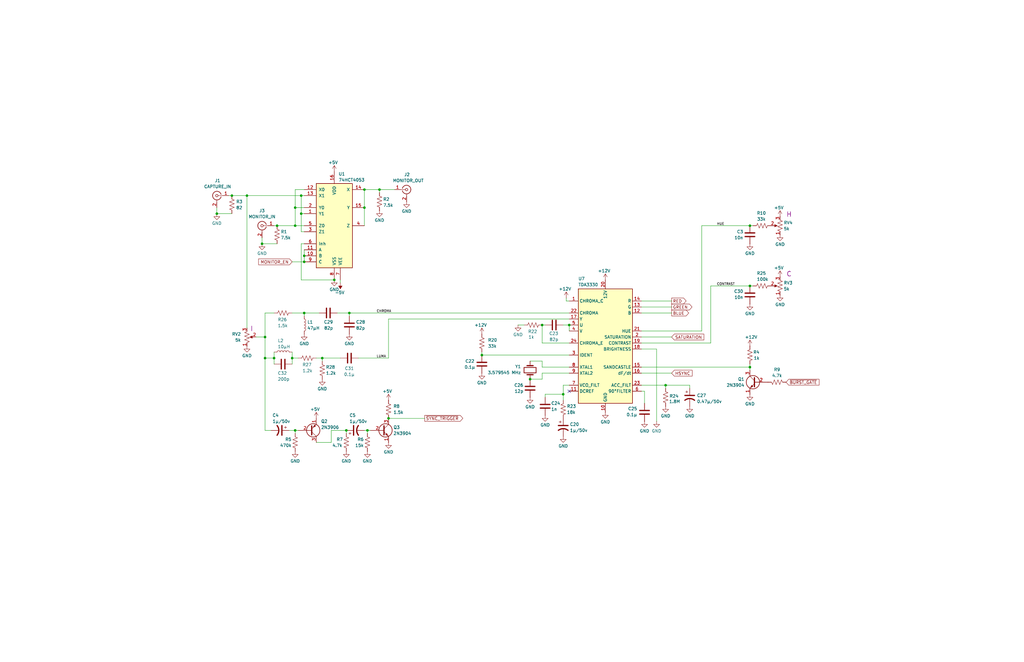
<source format=kicad_sch>
(kicad_sch (version 20231120) (generator "eeschema") (generator_version "8.0")
  (paper "USLedger")
  (title_block (title "ComputerEyes IIgs") (date "2024-03-29") (rev "F") (comment 2 "captured by Mark Aikens") (comment 3 "by Digital Vision") (comment 4 "ComputerEyes Color Video Digitizer for the Apple IIgs (PN 11047)"))
  (lib_symbols
    (symbol "4xxx:4053" (pin_names (offset 1.016))
      (property "Reference" "U" (at -7.62 19.05 0))
      (property "Value" "4053" (at -7.62 -19.05 0))
      (symbol "4053_1_0"
        (pin passive line (at -12.7 5.08 0) (length 5.08) (name "Y1") (number "1"))
        (pin input line (at -12.7 -12.7 0) (length 5.08) (name "B") (number "10"))
        (pin input line (at -12.7 -10.16 0) (length 5.08) (name "A") (number "11"))
        (pin passive line (at -12.7 15.24 0) (length 5.08) (name "X0") (number "12"))
        (pin passive line (at -12.7 12.7 0) (length 5.08) (name "X1") (number "13"))
        (pin passive line (at 12.7 15.24 180) (length 5.08) (name "X") (number "14"))
        (pin passive line (at 12.7 7.62 180) (length 5.08) (name "Y") (number "15"))
        (pin power_in line (at 0 22.86 270) (length 5.08) (name "VDD") (number "16"))
        (pin passive line (at -12.7 7.62 0) (length 5.08) (name "Y0") (number "2"))
        (pin passive line (at -12.7 -2.54 0) (length 5.08) (name "Z1") (number "3"))
        (pin passive line (at 12.7 0 180) (length 5.08) (name "Z") (number "4"))
        (pin passive line (at -12.7 0 0) (length 5.08) (name "Z0") (number "5"))
        (pin input line (at -12.7 -7.62 0) (length 5.08) (name "Inh") (number "6"))
        (pin power_in line (at 2.54 -22.86 90) (length 5.08) (name "VEE") (number "7"))
        (pin power_in line (at 0 -22.86 90) (length 5.08) (name "VSS") (number "8"))
        (pin input line (at -12.7 -15.24 0) (length 5.08) (name "C") (number "9"))
      )
      (symbol "4053_1_1"
        (rectangle (start -7.62 17.78) (end 7.62 -17.78) (stroke (width 0.254)) (fill (type background)))
      )
    )
    (symbol "Connector:Conn_Coaxial" (pin_names (offset 1.016) hide)
      (property "Reference" "J" (at 0.254 3.048 0))
      (property "Value" "Conn_Coaxial" (at 2.921 0 90))
      (symbol "Conn_Coaxial_0_1"
        (arc (start -1.778 -0.508) (mid 0.2311 -1.8066) (end 1.778 0) (stroke (width 0.254)))
        (polyline (pts (xy -2.54 0) (xy -0.508 0)))
        (polyline (pts (xy 0 -2.54) (xy 0 -1.778)))
        (circle (center 0 0) (radius 0.508) (stroke (width 0.2032)))
        (arc (start 1.778 0) (mid 0.2099 1.8101) (end -1.778 0.508) (stroke (width 0.254)))
      )
      (symbol "Conn_Coaxial_1_1"
        (pin passive line (at -5.08 0 0) (length 2.54) (name "In") (number "1"))
        (pin passive line (at 0 -5.08 90) (length 2.54) (name "Ext") (number "2"))
      )
    )
    (symbol "Decoder:TDA3330"
      (property "Reference" "U" (at -9.906 28.194 0))
      (property "Value" "TDA3330" (at -6.35 25.908 0))
      (symbol "TDA3330_0_1"
        (rectangle (start -11.43 24.13) (end 11.43 -24.13) (stroke (width 0.254)) (fill (type background)))
      )
      (symbol "TDA3330_1_0"
        (pin passive line (at -15.24 19.05 0) (length 3.81) (name "CHROMA_C") (number "1"))
        (pin power_in line (at 0 -27.94 90) (length 3.81) (name "GND") (number "10"))
        (pin output line (at -15.24 -19.05 0) (length 3.81) (name "DCREF") (number "11"))
        (pin output line (at 15.24 13.97 180) (length 3.81) (name "B") (number "12"))
        (pin output line (at 15.24 16.51 180) (length 3.81) (name "G") (number "13"))
        (pin output line (at 15.24 19.05 180) (length 3.81) (name "R") (number "14"))
        (pin input line (at 15.24 -8.89 180) (length 3.81) (name "SANDCASTLE") (number "15"))
        (pin input line (at 15.24 -11.43 180) (length 3.81) (name "dF/dt") (number "16"))
        (pin input line (at -15.24 11.43 0) (length 3.81) (name "Y") (number "17"))
        (pin input line (at 15.24 -1.27 180) (length 3.81) (name "BRIGHTNESS") (number "18"))
        (pin input line (at 15.24 1.27 180) (length 3.81) (name "CONTRAST") (number "19"))
        (pin input line (at 15.24 3.81 180) (length 3.81) (name "SATURATION") (number "2"))
        (pin power_in line (at 0 27.94 270) (length 3.81) (name "12V") (number "20"))
        (pin input line (at 15.24 6.35 180) (length 3.81) (name "HUE") (number "21"))
        (pin input line (at -15.24 13.97 0) (length 3.81) (name "CHROMA") (number "22"))
        (pin passive line (at 15.24 -16.51 180) (length 3.81) (name "ACC_FILT") (number "23"))
        (pin passive line (at -15.24 1.27 0) (length 3.81) (name "CHROMA_E") (number "24"))
        (pin input line (at -15.24 -3.81 0) (length 3.81) (name "IDENT") (number "3"))
        (pin input line (at -15.24 6.35 0) (length 3.81) (name "V") (number "4"))
        (pin input line (at -15.24 8.89 0) (length 3.81) (name "U") (number "5"))
        (pin passive line (at 15.24 -19.05 180) (length 3.81) (name "90°FILTER") (number "6"))
        (pin input line (at -15.24 -16.51 0) (length 3.81) (name "VCO_FILT") (number "7"))
        (pin output line (at -15.24 -8.89 0) (length 3.81) (name "XTAL1") (number "8"))
        (pin input line (at -15.24 -11.43 0) (length 3.81) (name "XTAL2") (number "9"))
      )
    )
    (symbol "Device:C" (pin_numbers hide) (pin_names (offset 0.254))
      (property "Reference" "C" (at 0.635 2.54 0))
      (property "Value" "C" (at 0.635 -2.54 0))
      (symbol "C_0_1"
        (polyline (pts (xy -2.032 -0.762) (xy 2.032 -0.762)) (stroke (width 0.508)))
        (polyline (pts (xy -2.032 0.762) (xy 2.032 0.762)) (stroke (width 0.508)))
      )
      (symbol "C_1_1"
        (pin passive line (at 0 3.81 270) (length 2.794) (name "~") (number "1"))
        (pin passive line (at 0 -3.81 90) (length 2.794) (name "~") (number "2"))
      )
    )
    (symbol "Device:C_Polarized_US" (pin_numbers hide) (pin_names (offset 0.254) hide)
      (property "Reference" "C" (at 0.635 2.54 0))
      (property "Value" "C_Polarized_US" (at 0.635 -2.54 0))
      (symbol "C_Polarized_US_0_1"
        (polyline (pts (xy -2.032 0.762) (xy 2.032 0.762)) (stroke (width 0.508)))
        (polyline (pts (xy -1.778 2.286) (xy -0.762 2.286)))
        (polyline (pts (xy -1.27 1.778) (xy -1.27 2.794)))
        (arc (start 2.032 -1.27) (mid 0 -0.5572) (end -2.032 -1.27) (stroke (width 0.508)))
      )
      (symbol "C_Polarized_US_1_1"
        (pin passive line (at 0 3.81 270) (length 2.794) (name "~") (number "1"))
        (pin passive line (at 0 -3.81 90) (length 3.302) (name "~") (number "2"))
      )
    )
    (symbol "Device:Crystal" (pin_numbers hide) (pin_names (offset 1.016) hide)
      (property "Reference" "Y" (at 0 3.81 0))
      (property "Value" "Crystal" (at 0 -3.81 0))
      (symbol "Crystal_0_1"
        (rectangle (start -1.143 2.54) (end 1.143 -2.54) (stroke (width 0.3048)))
        (polyline (pts (xy -2.54 0) (xy -1.905 0)))
        (polyline (pts (xy -1.905 -1.27) (xy -1.905 1.27)) (stroke (width 0.508)))
        (polyline (pts (xy 1.905 -1.27) (xy 1.905 1.27)) (stroke (width 0.508)))
        (polyline (pts (xy 2.54 0) (xy 1.905 0)))
      )
      (symbol "Crystal_1_1"
        (pin passive line (at -3.81 0 0) (length 1.27) (name "1") (number "1"))
        (pin passive line (at 3.81 0 180) (length 1.27) (name "2") (number "2"))
      )
    )
    (symbol "Device:L" (pin_numbers hide) (pin_names (offset 1.016) hide)
      (property "Reference" "L" (at -1.27 0 90))
      (property "Value" "L" (at 1.905 0 90))
      (symbol "L_0_1"
        (arc (start 0 -2.54) (mid 0.6323 -1.905) (end 0 -1.27))
        (arc (start 0 -1.27) (mid 0.6323 -0.635) (end 0 0))
        (arc (start 0 0) (mid 0.6323 0.635) (end 0 1.27))
        (arc (start 0 1.27) (mid 0.6323 1.905) (end 0 2.54))
      )
      (symbol "L_1_1"
        (pin passive line (at 0 3.81 270) (length 1.27) (name "1") (number "1"))
        (pin passive line (at 0 -3.81 90) (length 1.27) (name "2") (number "2"))
      )
    )
    (symbol "Device:R_Potentiometer_US" (pin_names (offset 1.016) hide)
      (property "Reference" "RV" (at -4.445 0 90))
      (property "Value" "R_Potentiometer_US" (at -2.54 0 90))
      (symbol "R_Potentiometer_US_0_1"
        (polyline (pts (xy 0 -2.286) (xy 0 -2.54)))
        (polyline (pts (xy 0 2.54) (xy 0 2.286)))
        (polyline (pts (xy 2.54 0) (xy 1.524 0)))
        (polyline (pts (xy 1.143 0) (xy 2.286 0.508) (xy 2.286 -0.508) (xy 1.143 0)) (fill (type outline)))
        (polyline (pts (xy 0 -0.762) (xy 1.016 -1.143) (xy 0 -1.524) (xy -1.016 -1.905) (xy 0 -2.286)))
        (polyline (pts (xy 0 0.762) (xy 1.016 0.381) (xy 0 0) (xy -1.016 -0.381) (xy 0 -0.762)))
        (polyline (pts (xy 0 2.286) (xy 1.016 1.905) (xy 0 1.524) (xy -1.016 1.143) (xy 0 0.762)))
      )
      (symbol "R_Potentiometer_US_1_1"
        (pin passive line (at 0 3.81 270) (length 1.27) (name "1") (number "1"))
        (pin passive line (at 3.81 0 180) (length 1.27) (name "2") (number "2"))
        (pin passive line (at 0 -3.81 90) (length 1.27) (name "3") (number "3"))
      )
    )
    (symbol "Device:R_US" (pin_numbers hide) (pin_names (offset 0))
      (property "Reference" "R" (at 2.54 0 90))
      (property "Value" "R_US" (at -2.54 0 90))
      (symbol "R_US_0_1"
        (polyline (pts (xy 0 -2.286) (xy 0 -2.54)))
        (polyline (pts (xy 0 2.286) (xy 0 2.54)))
        (polyline (pts (xy 0 -0.762) (xy 1.016 -1.143) (xy 0 -1.524) (xy -1.016 -1.905) (xy 0 -2.286)))
        (polyline (pts (xy 0 0.762) (xy 1.016 0.381) (xy 0 0) (xy -1.016 -0.381) (xy 0 -0.762)))
        (polyline (pts (xy 0 2.286) (xy 1.016 1.905) (xy 0 1.524) (xy -1.016 1.143) (xy 0 0.762)))
      )
      (symbol "R_US_1_1"
        (pin passive line (at 0 3.81 270) (length 1.27) (name "~") (number "1"))
        (pin passive line (at 0 -3.81 90) (length 1.27) (name "~") (number "2"))
      )
    )
    (symbol "Transistor_BJT:2N3904" (pin_names (offset 0) hide)
      (property "Reference" "Q" (at 5.08 1.905 0))
      (property "Value" "2N3904" (at 5.08 0 0))
      (symbol "2N3904_0_1"
        (polyline (pts (xy 0.635 0.635) (xy 2.54 2.54)))
        (polyline (pts (xy 0.635 -0.635) (xy 2.54 -2.54) (xy 2.54 -2.54)))
        (polyline (pts (xy 0.635 1.905) (xy 0.635 -1.905) (xy 0.635 -1.905)) (stroke (width 0.508)))
        (polyline (pts (xy 1.27 -1.778) (xy 1.778 -1.27) (xy 2.286 -2.286) (xy 1.27 -1.778) (xy 1.27 -1.778)) (fill (type outline)))
        (circle (center 1.27 0) (radius 2.8194) (stroke (width 0.254)))
      )
      (symbol "2N3904_1_1"
        (pin passive line (at 2.54 -5.08 90) (length 2.54) (name "E") (number "1"))
        (pin passive line (at -5.08 0 0) (length 5.715) (name "B") (number "2"))
        (pin passive line (at 2.54 5.08 270) (length 2.54) (name "C") (number "3"))
      )
    )
    (symbol "Transistor_BJT:2N3906" (pin_names (offset 0) hide)
      (property "Reference" "Q" (at 5.08 1.905 0))
      (property "Value" "2N3906" (at 5.08 0 0))
      (symbol "2N3906_0_1"
        (polyline (pts (xy 0.635 0.635) (xy 2.54 2.54)))
        (polyline (pts (xy 0.635 -0.635) (xy 2.54 -2.54) (xy 2.54 -2.54)))
        (polyline (pts (xy 0.635 1.905) (xy 0.635 -1.905) (xy 0.635 -1.905)) (stroke (width 0.508)))
        (polyline (pts (xy 2.286 -1.778) (xy 1.778 -2.286) (xy 1.27 -1.27) (xy 2.286 -1.778) (xy 2.286 -1.778)) (fill (type outline)))
        (circle (center 1.27 0) (radius 2.8194) (stroke (width 0.254)))
      )
      (symbol "2N3906_1_1"
        (pin passive line (at 2.54 -5.08 90) (length 2.54) (name "E") (number "1"))
        (pin input line (at -5.08 0 0) (length 5.715) (name "B") (number "2"))
        (pin passive line (at 2.54 5.08 270) (length 2.54) (name "C") (number "3"))
      )
    )
    (symbol "power:+12V" (power) (pin_numbers hide) (pin_names (offset 0) hide)
      (property "Value" "+12V" (at 0 3.556 0))
      (symbol "+12V_0_1"
        (polyline (pts (xy -0.762 1.27) (xy 0 2.54)))
        (polyline (pts (xy 0 0) (xy 0 2.54)))
        (polyline (pts (xy 0 2.54) (xy 0.762 1.27)))
      )
      (symbol "+12V_1_1"
        (pin power_in line (at 0 0 90) (length 0) (name "~") (number "1"))
      )
    )
    (symbol "power:+5V" (power) (pin_numbers hide) (pin_names (offset 0) hide)
      (property "Value" "+5V" (at 0 3.556 0))
      (symbol "+5V_0_1"
        (polyline (pts (xy -0.762 1.27) (xy 0 2.54)))
        (polyline (pts (xy 0 0) (xy 0 2.54)))
        (polyline (pts (xy 0 2.54) (xy 0.762 1.27)))
      )
      (symbol "+5V_1_1"
        (pin power_in line (at 0 0 90) (length 0) (name "~") (number "1"))
      )
    )
    (symbol "power:-5V" (power) (pin_numbers hide) (pin_names (offset 0) hide)
      (property "Value" "-5V" (at 0 3.556 0))
      (symbol "-5V_0_0"
        (pin power_in line (at 0 0 90) (length 0) (name "~") (number "1"))
      )
      (symbol "-5V_0_1"
        (polyline (pts (xy 0 0) (xy 0 1.27) (xy 0.762 1.27) (xy 0 2.54) (xy -0.762 1.27) (xy 0 1.27)) (fill (type outline)))
      )
    )
    (symbol "power:GND" (power) (pin_numbers hide) (pin_names (offset 0) hide)
      (property "Value" "GND" (at 0 -3.81 0))
      (symbol "GND_0_1"
        (polyline (pts (xy 0 0) (xy 0 -1.27) (xy 1.27 -1.27) (xy 0 -2.54) (xy -1.27 -1.27) (xy 0 -1.27)))
      )
      (symbol "GND_1_1"
        (pin power_in line (at 0 0 270) (length 0) (name "~") (number "1"))
      )
    )
  )
  (junction (at 147.32 132.08))
  (junction (at 203.2 149.86))
  (junction (at 240.03 137.16))
  (junction (at 163.83 176.53))
  (junction (at 111.76 151.13))
  (junction (at 123.19 151.13))
  (junction (at 128.27 107.95))
  (junction (at 128.27 110.49))
  (junction (at 280.67 162.56))
  (junction (at 116.84 95.25))
  (junction (at 316.23 154.94))
  (junction (at 111.76 142.24))
  (junction (at 124.46 95.25))
  (junction (at 228.6 137.16))
  (junction (at 91.44 90.17))
  (junction (at 127 82.55))
  (junction (at 97.79 82.55))
  (junction (at 146.05 181.61))
  (junction (at 316.23 95.25))
  (junction (at 153.67 87.63))
  (junction (at 128.27 132.08))
  (junction (at 154.94 181.61))
  (junction (at 237.49 166.37))
  (junction (at 115.57 151.13))
  (junction (at 104.14 82.55))
  (junction (at 110.49 102.87))
  (junction (at 223.52 160.02))
  (junction (at 135.89 151.13))
  (junction (at 124.46 181.61))
  (junction (at 124.46 87.63))
  (junction (at 140.97 118.11))
  (junction (at 127 90.17))
  (junction (at 316.23 120.65))
  (junction (at 160.02 80.01))
  (junction (at 153.67 80.01))
  (no_connect (at 240.03 165.1))
  (wire (pts (xy 153.67 80.01) (xy 160.02 80.01)))
  (wire (pts (xy 270.51 127) (xy 283.21 127)))
  (wire (pts (xy 228.6 154.94) (xy 228.6 152.4)))
  (wire (pts (xy 124.46 87.63) (xy 124.46 95.25)))
  (wire (pts (xy 228.6 157.48) (xy 240.03 157.48)))
  (wire (pts (xy 123.19 110.49) (xy 128.27 110.49)))
  (wire (pts (xy 127 90.17) (xy 127 97.79)))
  (wire (pts (xy 107.95 142.24) (xy 111.76 142.24)))
  (wire (pts (xy 115.57 95.25) (xy 116.84 95.25)))
  (wire (pts (xy 290.83 162.56) (xy 280.67 162.56)))
  (wire (pts (xy 151.13 151.13) (xy 163.83 151.13)))
  (wire (pts (xy 127 97.79) (xy 128.27 97.79)))
  (wire (pts (xy 240.03 162.56) (xy 237.49 162.56)))
  (wire (pts (xy 160.02 80.01) (xy 166.37 80.01)))
  (wire (pts (xy 153.67 181.61) (xy 154.94 181.61)))
  (wire (pts (xy 128.27 132.08) (xy 123.19 132.08)))
  (wire (pts (xy 147.32 132.08) (xy 147.32 133.35)))
  (wire (pts (xy 153.67 80.01) (xy 153.67 87.63)))
  (wire (pts (xy 123.19 153.67) (xy 123.19 151.13)))
  (wire (pts (xy 127 118.11) (xy 140.97 118.11)))
  (wire (pts (xy 121.92 181.61) (xy 124.46 181.61)))
  (wire (pts (xy 203.2 149.86) (xy 240.03 149.86)))
  (wire (pts (xy 270.51 132.08) (xy 283.21 132.08)))
  (wire (pts (xy 229.87 166.37) (xy 237.49 166.37)))
  (wire (pts (xy 91.44 90.17) (xy 97.79 90.17)))
  (wire (pts (xy 280.67 162.56) (xy 280.67 163.83)))
  (wire (pts (xy 223.52 160.02) (xy 228.6 160.02)))
  (wire (pts (xy 128.27 107.95) (xy 128.27 105.41)))
  (wire (pts (xy 128.27 87.63) (xy 124.46 87.63)))
  (wire (pts (xy 147.32 132.08) (xy 240.03 132.08)))
  (wire (pts (xy 104.14 82.55) (xy 104.14 138.43)))
  (wire (pts (xy 203.2 148.59) (xy 203.2 149.86)))
  (wire (pts (xy 316.23 95.25) (xy 317.5 95.25)))
  (wire (pts (xy 128.27 107.95) (xy 128.27 110.49)))
  (wire (pts (xy 228.6 137.16) (xy 228.6 144.78)))
  (wire (pts (xy 115.57 151.13) (xy 115.57 153.67)))
  (wire (pts (xy 128.27 90.17) (xy 127 90.17)))
  (wire (pts (xy 240.03 134.62) (xy 163.83 134.62)))
  (wire (pts (xy 111.76 142.24) (xy 111.76 132.08)))
  (wire (pts (xy 240.03 137.16) (xy 240.03 139.7)))
  (wire (pts (xy 97.79 82.55) (xy 104.14 82.55)))
  (wire (pts (xy 270.51 162.56) (xy 280.67 162.56)))
  (wire (pts (xy 316.23 153.67) (xy 316.23 154.94)))
  (wire (pts (xy 91.44 90.17) (xy 91.44 87.63)))
  (wire (pts (xy 128.27 133.35) (xy 128.27 132.08)))
  (wire (pts (xy 237.49 162.56) (xy 237.49 166.37)))
  (wire (pts (xy 295.91 95.25) (xy 316.23 95.25)))
  (wire (pts (xy 299.72 120.65) (xy 299.72 144.78)))
  (wire (pts (xy 139.7 186.69) (xy 139.7 181.61)))
  (wire (pts (xy 271.78 165.1) (xy 270.51 165.1)))
  (wire (pts (xy 270.51 157.48) (xy 283.21 157.48)))
  (wire (pts (xy 143.51 119.38) (xy 143.51 118.11)))
  (wire (pts (xy 238.76 125.73) (xy 238.76 127)))
  (wire (pts (xy 127 118.11) (xy 127 102.87)))
  (wire (pts (xy 124.46 181.61) (xy 125.73 181.61)))
  (wire (pts (xy 270.51 142.24) (xy 283.21 142.24)))
  (wire (pts (xy 139.7 186.69) (xy 133.35 186.69)))
  (wire (pts (xy 111.76 132.08) (xy 115.57 132.08)))
  (wire (pts (xy 295.91 139.7) (xy 295.91 95.25)))
  (wire (pts (xy 115.57 151.13) (xy 111.76 151.13)))
  (wire (pts (xy 127 82.55) (xy 128.27 82.55)))
  (wire (pts (xy 163.83 176.53) (xy 179.07 176.53)))
  (wire (pts (xy 270.51 139.7) (xy 295.91 139.7)))
  (wire (pts (xy 316.23 120.65) (xy 317.5 120.65)))
  (wire (pts (xy 124.46 87.63) (xy 124.46 80.01)))
  (wire (pts (xy 229.87 137.16) (xy 228.6 137.16)))
  (wire (pts (xy 160.02 81.28) (xy 160.02 80.01)))
  (wire (pts (xy 229.87 166.37) (xy 229.87 167.64)))
  (wire (pts (xy 153.67 87.63) (xy 153.67 95.25)))
  (wire (pts (xy 128.27 132.08) (xy 134.62 132.08)))
  (wire (pts (xy 154.94 182.88) (xy 154.94 181.61)))
  (wire (pts (xy 135.89 151.13) (xy 135.89 152.4)))
  (wire (pts (xy 238.76 127) (xy 240.03 127)))
  (wire (pts (xy 115.57 148.59) (xy 115.57 151.13)))
  (wire (pts (xy 146.05 182.88) (xy 146.05 181.61)))
  (wire (pts (xy 228.6 152.4) (xy 223.52 152.4)))
  (wire (pts (xy 110.49 102.87) (xy 110.49 100.33)))
  (wire (pts (xy 125.73 151.13) (xy 123.19 151.13)))
  (wire (pts (xy 290.83 162.56) (xy 290.83 163.83)))
  (wire (pts (xy 271.78 165.1) (xy 271.78 170.18)))
  (wire (pts (xy 111.76 181.61) (xy 111.76 151.13)))
  (wire (pts (xy 218.44 137.16) (xy 220.98 137.16)))
  (wire (pts (xy 111.76 151.13) (xy 111.76 142.24)))
  (wire (pts (xy 104.14 82.55) (xy 127 82.55)))
  (wire (pts (xy 276.86 147.32) (xy 276.86 177.8)))
  (wire (pts (xy 142.24 132.08) (xy 147.32 132.08)))
  (wire (pts (xy 299.72 144.78) (xy 270.51 144.78)))
  (wire (pts (xy 237.49 166.37) (xy 237.49 168.91)))
  (wire (pts (xy 110.49 102.87) (xy 116.84 102.87)))
  (wire (pts (xy 270.51 147.32) (xy 276.86 147.32)))
  (wire (pts (xy 96.52 82.55) (xy 97.79 82.55)))
  (wire (pts (xy 299.72 120.65) (xy 316.23 120.65)))
  (wire (pts (xy 316.23 154.94) (xy 316.23 156.21)))
  (wire (pts (xy 124.46 181.61) (xy 124.46 182.88)))
  (wire (pts (xy 228.6 144.78) (xy 240.03 144.78)))
  (wire (pts (xy 116.84 95.25) (xy 124.46 95.25)))
  (wire (pts (xy 124.46 80.01) (xy 128.27 80.01)))
  (wire (pts (xy 123.19 151.13) (xy 123.19 148.59)))
  (wire (pts (xy 135.89 151.13) (xy 143.51 151.13)))
  (wire (pts (xy 240.03 137.16) (xy 237.49 137.16)))
  (wire (pts (xy 139.7 181.61) (xy 146.05 181.61)))
  (wire (pts (xy 124.46 95.25) (xy 128.27 95.25)))
  (wire (pts (xy 114.3 181.61) (xy 111.76 181.61)))
  (wire (pts (xy 228.6 157.48) (xy 228.6 160.02)))
  (wire (pts (xy 270.51 129.54) (xy 283.21 129.54)))
  (wire (pts (xy 270.51 154.94) (xy 316.23 154.94)))
  (wire (pts (xy 228.6 154.94) (xy 240.03 154.94)))
  (wire (pts (xy 163.83 134.62) (xy 163.83 151.13)))
  (wire (pts (xy 133.35 151.13) (xy 135.89 151.13)))
  (wire (pts (xy 127 102.87) (xy 128.27 102.87)))
  (wire (pts (xy 154.94 181.61) (xy 156.21 181.61)))
  (wire (pts (xy 127 90.17) (xy 127 82.55)))
  (label "CHROMA" (at 158.75 132.08 0) (effects (font (size 1 1))))
  (label "LUMA" (at 158.75 151.13 0) (effects (font (size 1 1))))
  (label "HUE" (at 302.26 95.25 0) (effects (font (size 1 1))))
  (label "CONTRAST" (at 302.26 120.65 0) (effects (font (size 1 1))))
  (global_label "~{BURST_GATE}" (shape input) (at 331.47 161.29 0) (property "Intersheetrefs" "${INTERSHEET_REFS}" (effects (hide yes))))
  (global_label "~{SYNC_TRIGGER}" (shape output) (at 179.07 176.53 0) (property "Intersheetrefs" "${INTERSHEET_REFS}" (effects (hide yes))))
  (global_label "HSYNC" (shape input) (at 283.21 157.48 0) (property "Intersheetrefs" "${INTERSHEET_REFS}" (effects (hide yes))))
  (global_label "MONITOR_EN" (shape input) (at 123.19 110.49 180) (property "Intersheetrefs" "${INTERSHEET_REFS}" (effects (hide yes))))
  (global_label "SATURATION" (shape input) (at 283.21 142.24 0) (property "Intersheetrefs" "${INTERSHEET_REFS}" (effects (hide yes))))
  (global_label "GREEN" (shape output) (at 283.21 129.54 0) (property "Intersheetrefs" "${INTERSHEET_REFS}" (effects (hide yes))))
  (global_label "BLUE" (shape output) (at 283.21 132.08 0) (property "Intersheetrefs" "${INTERSHEET_REFS}" (effects (hide yes))))
  (global_label "RED" (shape output) (at 283.21 127 0) (property "Intersheetrefs" "${INTERSHEET_REFS}" (effects (hide yes))))
  (symbol (lib_id "power:GND") (at 203.2 157.48 0) (unit 1)
    (property "Reference" "#PWR042" (effects (hide yes)))
    (property "Value" "GND" (at 203.2 161.544 0))
    (property "Description" "Power symbol creates a global label with name \"GND\" , ground" (effects (hide yes)))
  )
  (symbol (lib_id "power:GND") (at 140.97 118.11 0) (unit 1)
    (property "Reference" "#PWR022" (effects (hide yes)))
    (property "Value" "GND" (at 140.97 122.174 0))
    (property "Description" "Power symbol creates a global label with name \"GND\" , ground" (effects (hide yes)))
  )
  (symbol (lib_id "Device:C_Polarized_US") (at 118.11 181.61 270) (unit 1)
    (property "Reference" "C4" (at 116.205 175.26 90))
    (property "Value" "1µ/50v" (at 118.618 177.8 90))
    (property "Description" "Polarized capacitor, US symbol" (effects (hide yes)))
  )
  (symbol (lib_id "Device:R_US") (at 135.89 156.21 0) (unit 1)
    (property "Reference" "R28" (at 137.414 154.94 0) (effects (justify left)))
    (property "Value" "1.2k" (at 137.414 157.48 0) (effects (justify left)))
    (property "Description" "Resistor, US symbol" (effects (hide yes)))
  )
  (symbol (lib_id "Device:R_US") (at 224.79 137.16 90) (unit 1)
    (property "Reference" "R22" (at 224.5995 139.8905 90))
    (property "Value" "1k" (at 224.028 142.24 90))
    (property "Description" "Resistor, US symbol" (effects (hide yes)))
  )
  (symbol (lib_id "Device:R_US") (at 321.31 120.65 90) (unit 1)
    (property "Reference" "R25" (at 321.056 115.316 90))
    (property "Value" "100k" (at 321.564 117.856 90))
    (property "Description" "Resistor, US symbol" (effects (hide yes)))
  )
  (symbol (lib_id "Device:R_US") (at 160.02 85.09 0) (unit 1)
    (property "Reference" "R2" (at 161.544 84.074 0) (effects (justify left)))
    (property "Value" "7.5k" (at 161.544 86.614 0) (effects (justify left)))
    (property "Description" "Resistor, US symbol" (effects (hide yes)))
  )
  (symbol (lib_id "power:GND") (at 160.02 88.9 0) (mirror y) (unit 1)
    (property "Reference" "#PWR036" (effects (hide yes)))
    (property "Value" "GND" (at 160.02 92.964 0))
    (property "Description" "Power symbol creates a global label with name \"GND\" , ground" (effects (hide yes)))
  )
  (symbol (lib_id "power:GND") (at 154.94 190.5 0) (unit 1)
    (property "Reference" "#PWR033" (effects (hide yes)))
    (property "Value" "GND" (at 154.94 194.564 0))
    (property "Description" "Power symbol creates a global label with name \"GND\" , ground" (effects (hide yes)))
  )
  (symbol (lib_id "Device:C") (at 271.78 173.99 0) (mirror y) (unit 1)
    (property "Reference" "C25" (at 268.732 172.466 0) (effects (justify left)))
    (property "Value" "0.1µ" (at 268.732 175.006 0) (effects (justify left)))
    (property "Description" "Unpolarized capacitor" (effects (hide yes)))
  )
  (symbol (lib_id "power:GND") (at 328.93 99.06 0) (unit 1)
    (property "Reference" "#PWR092" (effects (hide yes)))
    (property "Value" "GND" (at 328.93 103.124 0))
    (property "Description" "Power symbol creates a global label with name \"GND\" , ground" (effects (hide yes)))
  )
  (symbol (lib_id "power:GND") (at 124.46 190.5 0) (unit 1)
    (property "Reference" "#PWR010" (effects (hide yes)))
    (property "Value" "GND" (at 124.46 194.564 0))
    (property "Description" "Power symbol creates a global label with name \"GND\" , ground" (effects (hide yes)))
  )
  (symbol (lib_id "power:GND") (at 128.27 140.97 0) (unit 1)
    (property "Reference" "#PWR011" (effects (hide yes)))
    (property "Value" "GND" (at 128.27 145.034 0))
    (property "Description" "Power symbol creates a global label with name \"GND\" , ground" (effects (hide yes)))
  )
  (symbol (lib_id "Transistor_BJT:2N3904") (at 318.77 161.29 0) (mirror y) (unit 1)
    (property "Reference" "Q1" (at 313.944 160.02 0) (effects (justify left)))
    (property "Value" "2N3904" (at 313.944 162.56 0) (effects (justify left)))
    (property "Footprint" "Package_TO_SOT_THT:TO-92_Inline" (effects (hide yes)))
    (property "Datasheet" "https://www.onsemi.com/pub/Collateral/2N3903-D.PDF" (effects (hide yes)))
    (property "Description" "0.2A Ic, 40V Vce, Small Signal NPN Transistor, TO-92" (effects (hide yes)))
  )
  (symbol (lib_id "Connector:Conn_Coaxial") (at 110.49 95.25 0) (mirror y) (unit 1)
    (property "Reference" "J3" (at 110.49 88.9 0))
    (property "Value" "MONITOR_IN" (at 110.49 91.44 0))
    (property "Datasheet" " ~" (effects (hide yes)))
    (property "Description" "coaxial connector (BNC, SMA, SMB, SMC, Cinch/RCA, LEMO, ...)" (effects (hide yes)))
  )
  (symbol (lib_id "power:+5V") (at 140.97 72.39 0) (unit 1)
    (property "Reference" "#PWR021" (effects (hide yes)))
    (property "Value" "+5V" (at 140.462 68.58 0))
    (property "Description" "Power symbol creates a global label with name \"+5V\"" (effects (hide yes)))
  )
  (symbol (lib_id "power:GND") (at 316.23 128.27 0) (unit 1)
    (property "Reference" "#PWR088" (effects (hide yes)))
    (property "Value" "GND" (at 316.23 132.334 0))
    (property "Description" "Power symbol creates a global label with name \"GND\" , ground" (effects (hide yes)))
  )
  (symbol (lib_id "Device:R_Potentiometer_US") (at 328.93 120.65 180) (unit 1)
    (property "Reference" "RV3" (at 330.454 119.38 0) (effects (justify right)))
    (property "Value" "5k" (at 330.454 121.92 0) (effects (justify right)))
    (property "Description" "Potentiometer, US symbol" (effects (hide yes)))
    (property "Label" "C" (at 332.74 115.57 0) (effects (font (size 2 2))))
  )
  (symbol (lib_id "power:GND") (at 91.44 90.17 0) (unit 1)
    (property "Reference" "#PWR02" (effects (hide yes)))
    (property "Value" "GND" (at 91.44 94.234 0))
    (property "Description" "Power symbol creates a global label with name \"GND\" , ground" (effects (hide yes)))
  )
  (symbol (lib_id "power:GND") (at 316.23 102.87 0) (unit 1)
    (property "Reference" "#PWR087" (effects (hide yes)))
    (property "Value" "GND" (at 316.23 106.934 0))
    (property "Description" "Power symbol creates a global label with name \"GND\" , ground" (effects (hide yes)))
  )
  (symbol (lib_id "Device:R_US") (at 124.46 186.69 0) (unit 1)
    (property "Reference" "R5" (at 122.936 185.42 0) (effects (justify right)))
    (property "Value" "470k" (at 122.936 187.96 0) (effects (justify right)))
    (property "Description" "Resistor, US symbol" (effects (hide yes)))
  )
  (symbol (lib_id "Device:C") (at 316.23 124.46 0) (unit 1)
    (property "Reference" "C30" (at 313.436 122.936 0) (effects (justify right)))
    (property "Value" "10n" (at 313.436 125.476 0) (effects (justify right)))
    (property "Description" "Unpolarized capacitor" (effects (hide yes)))
  )
  (symbol (lib_id "power:GND") (at 171.45 85.09 0) (unit 1)
    (property "Reference" "#PWR040" (effects (hide yes)))
    (property "Value" "GND" (at 171.45 89.154 0))
    (property "Description" "Power symbol creates a global label with name \"GND\" , ground" (effects (hide yes)))
  )
  (symbol (lib_id "power:GND") (at 271.78 177.8 0) (unit 1)
    (property "Reference" "#PWR082" (effects (hide yes)))
    (property "Value" "GND" (at 271.78 181.864 0))
    (property "Description" "Power symbol creates a global label with name \"GND\" , ground" (effects (hide yes)))
  )
  (symbol (lib_id "power:+12V") (at 255.27 118.11 0) (unit 1)
    (property "Reference" "#PWR080" (effects (hide yes)))
    (property "Value" "+12V" (at 254.762 114.3 0))
    (property "Description" "Power symbol creates a global label with name \"+12V\"" (effects (hide yes)))
  )
  (symbol (lib_id "power:GND") (at 146.05 190.5 0) (unit 1)
    (property "Reference" "#PWR031" (effects (hide yes)))
    (property "Value" "GND" (at 146.05 194.564 0))
    (property "Description" "Power symbol creates a global label with name \"GND\" , ground" (effects (hide yes)))
  )
  (symbol (lib_id "power:+5V") (at 328.93 116.84 0) (unit 1)
    (property "Reference" "#PWR093" (effects (hide yes)))
    (property "Value" "+5V" (at 328.422 113.03 0))
    (property "Description" "Power symbol creates a global label with name \"+5V\"" (effects (hide yes)))
  )
  (symbol (lib_id "power:+5V") (at 133.35 176.53 0) (unit 1)
    (property "Reference" "#PWR016" (effects (hide yes)))
    (property "Value" "+5V" (at 132.842 172.72 0))
    (property "Description" "Power symbol creates a global label with name \"+5V\"" (effects (hide yes)))
  )
  (symbol (lib_id "power:GND") (at 104.14 146.05 0) (unit 1)
    (property "Reference" "#PWR05" (effects (hide yes)))
    (property "Value" "GND" (at 104.14 150.114 0))
    (property "Description" "Power symbol creates a global label with name \"GND\" , ground" (effects (hide yes)))
  )
  (symbol (lib_id "Device:L") (at 128.27 137.16 0) (unit 1)
    (property "Reference" "L1" (at 129.54 135.8899 0) (effects (justify left)))
    (property "Value" "47µH" (at 129.54 138.4299 0) (effects (justify left)))
    (property "Description" "Inductor" (effects (hide yes)))
  )
  (symbol (lib_id "power:-5V") (at 143.51 119.38 180) (unit 1)
    (property "Reference" "#PWR029" (effects (hide yes)))
    (property "Value" "-5V" (at 143.256 123.444 0))
    (property "Description" "Power symbol creates a global label with name \"-5V\"" (effects (hide yes)))
  )
  (symbol (lib_id "power:+5V") (at 328.93 91.44 0) (unit 1)
    (property "Reference" "#PWR091" (effects (hide yes)))
    (property "Value" "+5V" (at 328.422 87.63 0))
    (property "Description" "Power symbol creates a global label with name \"+5V\"" (effects (hide yes)))
  )
  (symbol (lib_id "power:GND") (at 328.93 124.46 0) (unit 1)
    (property "Reference" "#PWR094" (effects (hide yes)))
    (property "Value" "GND" (at 328.93 128.524 0))
    (property "Description" "Power symbol creates a global label with name \"GND\" , ground" (effects (hide yes)))
  )
  (symbol (lib_id "Device:C") (at 316.23 99.06 0) (unit 1)
    (property "Reference" "C3" (at 313.436 97.79 0) (effects (justify right)))
    (property "Value" "10n" (at 313.436 100.33 0) (effects (justify right)))
    (property "Description" "Unpolarized capacitor" (effects (hide yes)))
  )
  (symbol (lib_id "power:GND") (at 276.86 177.8 0) (unit 1)
    (property "Reference" "#PWR083" (effects (hide yes)))
    (property "Value" "GND" (at 276.86 181.864 0))
    (property "Description" "Power symbol creates a global label with name \"GND\" , ground" (effects (hide yes)))
  )
  (symbol (lib_id "Device:R_US") (at 119.38 132.08 90) (unit 1)
    (property "Reference" "R26" (at 117.094 134.874 90) (effects (justify right)))
    (property "Value" "1.5k" (at 117.094 137.414 90) (effects (justify right)))
    (property "Description" "Resistor, US symbol" (effects (hide yes)))
  )
  (symbol (lib_id "Device:R_US") (at 116.84 99.06 0) (unit 1)
    (property "Reference" "R1" (at 118.364 97.79 0) (effects (justify left)))
    (property "Value" "7.5k" (at 118.364 100.33 0) (effects (justify left)))
    (property "Description" "Resistor, US symbol" (effects (hide yes)))
  )
  (symbol (lib_id "power:+5V") (at 163.83 168.91 0) (unit 1)
    (property "Reference" "#PWR037" (effects (hide yes)))
    (property "Value" "+5V" (at 163.322 165.1 0))
    (property "Description" "Power symbol creates a global label with name \"+5V\"" (effects (hide yes)))
  )
  (symbol (lib_id "Transistor_BJT:2N3904") (at 161.29 181.61 0) (unit 1)
    (property "Reference" "Q3" (at 165.862 180.34 0) (effects (justify left)))
    (property "Value" "2N3904" (at 165.862 182.88 0) (effects (justify left)))
    (property "Footprint" "Package_TO_SOT_THT:TO-92_Inline" (effects (hide yes)))
    (property "Datasheet" "https://www.onsemi.com/pub/Collateral/2N3903-D.PDF" (effects (hide yes)))
    (property "Description" "0.2A Ic, 40V Vce, Small Signal NPN Transistor, TO-92" (effects (hide yes)))
  )
  (symbol (lib_id "Device:R_US") (at 321.31 95.25 90) (unit 1)
    (property "Reference" "R10" (at 321.056 89.916 90))
    (property "Value" "33k" (at 321.056 92.456 90))
    (property "Description" "Resistor, US symbol" (effects (hide yes)))
  )
  (symbol (lib_id "Device:R_US") (at 154.94 186.69 0) (unit 1)
    (property "Reference" "R6" (at 153.416 185.42 0) (effects (justify right)))
    (property "Value" "15k" (at 153.416 187.96 0) (effects (justify right)))
    (property "Description" "Resistor, US symbol" (effects (hide yes)))
  )
  (symbol (lib_id "Transistor_BJT:2N3906") (at 130.81 181.61 0) (mirror x) (unit 1)
    (property "Reference" "Q2" (at 135.382 177.8 0) (effects (justify left)))
    (property "Value" "2N3906" (at 135.382 180.34 0) (effects (justify left)))
    (property "Footprint" "Package_TO_SOT_THT:TO-92_Inline" (effects (hide yes)))
    (property "Datasheet" "https://www.onsemi.com/pub/Collateral/2N3906-D.PDF" (effects (hide yes)))
    (property "Description" "-0.2A Ic, -40V Vce, Small Signal PNP Transistor, TO-92" (effects (hide yes)))
  )
  (symbol (lib_id "power:GND") (at 280.67 171.45 0) (mirror y) (unit 1)
    (property "Reference" "#PWR085" (effects (hide yes)))
    (property "Value" "GND" (at 280.67 175.514 0))
    (property "Description" "Power symbol creates a global label with name \"GND\" , ground" (effects (hide yes)))
  )
  (symbol (lib_id "power:GND") (at 237.49 184.15 0) (unit 1)
    (property "Reference" "#PWR055" (effects (hide yes)))
    (property "Value" "GND" (at 237.49 188.214 0))
    (property "Description" "Power symbol creates a global label with name \"GND\" , ground" (effects (hide yes)))
  )
  (symbol (lib_id "Device:C") (at 229.87 171.45 0) (unit 1)
    (property "Reference" "C24" (at 232.41 170.18 0) (effects (justify left)))
    (property "Value" "1n" (at 232.41 172.72 0) (effects (justify left)))
    (property "Description" "Unpolarized capacitor" (effects (hide yes)))
  )
  (symbol (lib_id "Device:R_US") (at 237.49 172.72 0) (mirror y) (unit 1)
    (property "Reference" "R23" (at 239.014 171.45 0) (effects (justify right)))
    (property "Value" "18k" (at 239.014 173.99 0) (effects (justify right)))
    (property "Description" "Resistor, US symbol" (effects (hide yes)))
  )
  (symbol (lib_id "Device:R_US") (at 97.79 86.36 0) (unit 1)
    (property "Reference" "R3" (at 99.568 85.09 0) (effects (justify left)))
    (property "Value" "82" (at 99.568 87.63 0) (effects (justify left)))
    (property "Description" "Resistor, US symbol" (effects (hide yes)))
  )
  (symbol (lib_id "Device:R_Potentiometer_US") (at 104.14 142.24 0) (mirror x) (unit 1)
    (property "Reference" "RV2" (at 101.6 140.9699 0) (effects (justify right)))
    (property "Value" "5k" (at 101.6 143.5099 0) (effects (justify right)))
    (property "Description" "Potentiometer, US symbol" (effects (hide yes)))
    (property "Label" "I" (at 106.172 138.684 0) (effects (font (size 2 2))))
  )
  (symbol (lib_id "Device:R_US") (at 327.66 161.29 270) (mirror x) (unit 1)
    (property "Reference" "R9" (at 327.66 155.956 90))
    (property "Value" "4.7k" (at 327.66 158.496 90))
    (property "Description" "Resistor, US symbol" (effects (hide yes)))
  )
  (symbol (lib_id "Device:C_Polarized_US") (at 237.49 180.34 0) (unit 1)
    (property "Reference" "C20" (at 240.284 179.07 0) (effects (justify left)))
    (property "Value" "1µ/50v" (at 240.284 181.61 0) (effects (justify left)))
    (property "Description" "Polarized capacitor, US symbol" (effects (hide yes)))
  )
  (symbol (lib_id "power:+12V") (at 238.76 125.73 0) (unit 1)
    (property "Reference" "#PWR078" (effects (hide yes)))
    (property "Value" "+12V" (at 238.252 121.92 0))
    (property "Description" "Power symbol creates a global label with name \"+12V\"" (effects (hide yes)))
  )
  (symbol (lib_id "power:GND") (at 147.32 140.97 0) (unit 1)
    (property "Reference" "#PWR032" (effects (hide yes)))
    (property "Value" "GND" (at 147.32 145.034 0))
    (property "Description" "Power symbol creates a global label with name \"GND\" , ground" (effects (hide yes)))
  )
  (symbol (lib_id "power:+12V") (at 203.2 140.97 0) (unit 1)
    (property "Reference" "#PWR041" (effects (hide yes)))
    (property "Value" "+12V" (at 202.692 137.16 0))
    (property "Description" "Power symbol creates a global label with name \"+12V\"" (effects (hide yes)))
  )
  (symbol (lib_id "Device:C") (at 223.52 163.83 0) (unit 1)
    (property "Reference" "C26" (at 220.726 162.56 0) (effects (justify right)))
    (property "Value" "12p" (at 220.726 165.1 0) (effects (justify right)))
    (property "Description" "Unpolarized capacitor" (effects (hide yes)))
  )
  (symbol (lib_id "Device:C") (at 147.32 151.13 90) (unit 1)
    (property "Reference" "C31" (at 147.32 155.448 90))
    (property "Value" "0.1µ" (at 147.32 157.988 90))
    (property "Description" "Unpolarized capacitor" (effects (hide yes)))
  )
  (symbol (lib_id "power:GND") (at 218.44 137.16 0) (unit 1)
    (property "Reference" "#PWR043" (effects (hide yes)))
    (property "Value" "GND" (at 218.44 141.224 0))
    (property "Description" "Power symbol creates a global label with name \"GND\" , ground" (effects (hide yes)))
  )
  (symbol (lib_id "Device:R_US") (at 203.2 144.78 0) (unit 1)
    (property "Reference" "R20" (at 205.74 143.5099 0) (effects (justify left)))
    (property "Value" "33k" (at 205.74 146.0499 0) (effects (justify left)))
    (property "Description" "Resistor, US symbol" (effects (hide yes)))
  )
  (symbol (lib_id "Device:R_US") (at 280.67 167.64 0) (unit 1)
    (property "Reference" "R24" (at 284.226 167.132 0))
    (property "Value" "1.8M" (at 284.48 169.418 0))
    (property "Description" "Resistor, US symbol" (effects (hide yes)))
  )
  (symbol (lib_id "power:GND") (at 290.83 171.45 0) (mirror y) (unit 1)
    (property "Reference" "#PWR086" (effects (hide yes)))
    (property "Value" "GND" (at 290.83 175.514 0))
    (property "Description" "Power symbol creates a global label with name \"GND\" , ground" (effects (hide yes)))
  )
  (symbol (lib_id "power:GND") (at 316.23 166.37 0) (mirror y) (unit 1)
    (property "Reference" "#PWR090" (effects (hide yes)))
    (property "Value" "GND" (at 316.23 170.434 0))
    (property "Description" "Power symbol creates a global label with name \"GND\" , ground" (effects (hide yes)))
  )
  (symbol (lib_id "Device:Crystal") (at 223.52 156.21 90) (unit 1)
    (property "Reference" "Y1" (at 219.71 154.686 90) (effects (justify left)))
    (property "Value" "3.579545 MHz" (at 219.71 157.226 90) (effects (justify left)))
    (property "Description" "Two pin crystal" (effects (hide yes)))
  )
  (symbol (lib_id "Device:C_Polarized_US") (at 149.86 181.61 90) (unit 1)
    (property "Reference" "C5" (at 147.32 175.26 90) (effects (justify right)))
    (property "Value" "1µ/50v" (at 147.32 177.8 90) (effects (justify right)))
    (property "Description" "Polarized capacitor, US symbol" (effects (hide yes)))
  )
  (symbol (lib_id "Device:C") (at 203.2 153.67 180) (unit 1)
    (property "Reference" "C22" (at 198.12 152.4 0))
    (property "Value" "0.1µ" (at 198.12 154.94 0))
    (property "Description" "Unpolarized capacitor" (effects (hide yes)))
  )
  (symbol (lib_id "power:GND") (at 223.52 167.64 0) (unit 1)
    (property "Reference" "#PWR045" (effects (hide yes)))
    (property "Value" "GND" (at 223.52 171.704 0))
    (property "Description" "Power symbol creates a global label with name \"GND\" , ground" (effects (hide yes)))
  )
  (symbol (lib_id "Device:R_US") (at 163.83 172.72 180) (unit 1)
    (property "Reference" "R8" (at 165.862 171.45 0) (effects (justify right)))
    (property "Value" "1.5k" (at 165.862 173.99 0) (effects (justify right)))
    (property "Description" "Resistor, US symbol" (effects (hide yes)))
  )
  (symbol (lib_id "Device:C") (at 233.68 137.16 90) (unit 1)
    (property "Reference" "C23" (at 235.458 140.716 90) (effects (justify left)))
    (property "Value" "82p" (at 235.458 143.256 90) (effects (justify left)))
    (property "Description" "Unpolarized capacitor" (effects (hide yes)))
  )
  (symbol (lib_id "power:+12V") (at 316.23 146.05 0) (mirror y) (unit 1)
    (property "Reference" "#PWR089" (effects (hide yes)))
    (property "Value" "+12V" (at 316.738 142.24 0))
    (property "Description" "Power symbol creates a global label with name \"+12V\"" (effects (hide yes)))
  )
  (symbol (lib_id "Device:R_Potentiometer_US") (at 328.93 95.25 180) (unit 1)
    (property "Reference" "RV4" (at 330.454 93.98 0) (effects (justify right)))
    (property "Value" "5k" (at 330.454 96.52 0) (effects (justify right)))
    (property "Description" "Potentiometer, US symbol" (effects (hide yes)))
    (property "Label" "H" (at 332.74 90.424 0) (effects (font (size 2 2))))
  )
  (symbol (lib_id "Decoder:TDA3330") (at 255.27 146.05 0) (unit 1)
    (property "Reference" "U7" (at 243.84 117.602 0) (effects (justify left)))
    (property "Value" "TDA3330" (at 243.84 120.142 0) (effects (justify left)))
    (property "Footprint" "Package_DIP:DIP-24_W7.62mm" (effects (hide yes)))
    (property "Description" "TDA3330 TV color processor" (effects (hide yes)))
  )
  (symbol (lib_id "Device:C_Polarized_US") (at 290.83 167.64 0) (unit 1)
    (property "Reference" "C27" (at 293.878 166.878 0) (effects (justify left)))
    (property "Value" "0.47µ/50v" (at 293.878 169.418 0) (effects (justify left)))
    (property "Description" "Polarized capacitor, US symbol" (effects (hide yes)))
  )
  (symbol (lib_id "4xxx:4053") (at 140.97 95.25 0) (unit 1)
    (property "Reference" "U1" (at 142.748 73.406 0) (effects (justify left)))
    (property "Value" "74HCT4053" (at 142.748 75.946 0) (effects (justify left)))
    (property "Datasheet" "http://www.intersil.com/content/dam/Intersil/documents/cd40/cd4051bms-52bms-53bms.pdf" (effects (hide yes)))
    (property "Description" "Triple analog Multiplexer 2 to 1 line" (effects (hide yes)))
  )
  (symbol (lib_id "Connector:Conn_Coaxial") (at 171.45 80.01 0) (unit 1)
    (property "Reference" "J2" (at 170.434 73.66 0) (effects (justify left)))
    (property "Value" "MONITOR_OUT" (at 165.608 76.2 0) (effects (justify left)))
    (property "Datasheet" " ~" (effects (hide yes)))
    (property "Description" "coaxial connector (BNC, SMA, SMB, SMC, Cinch/RCA, LEMO, ...)" (effects (hide yes)))
  )
  (symbol (lib_id "Device:C") (at 119.38 153.67 90) (unit 1)
    (property "Reference" "C32" (at 117.094 157.48 90) (effects (justify right)))
    (property "Value" "200p" (at 117.094 160.02 90) (effects (justify right)))
    (property "Description" "Unpolarized capacitor" (effects (hide yes)))
  )
  (symbol (lib_id "Connector:Conn_Coaxial") (at 91.44 82.55 0) (mirror y) (unit 1)
    (property "Reference" "J1" (at 91.7574 76.2 0))
    (property "Value" "CAPTURE_IN" (at 91.7574 78.74 0))
    (property "Datasheet" " ~" (effects (hide yes)))
    (property "Description" "coaxial connector (BNC, SMA, SMB, SMC, Cinch/RCA, LEMO, ...)" (effects (hide yes)))
  )
  (symbol (lib_id "Device:R_US") (at 146.05 186.69 0) (unit 1)
    (property "Reference" "R7" (at 143.256 185.42 0))
    (property "Value" "4.7k" (at 142.24 187.96 0))
    (property "Description" "Resistor, US symbol" (effects (hide yes)))
  )
  (symbol (lib_id "power:GND") (at 110.49 102.87 0) (unit 1)
    (property "Reference" "#PWR08" (effects (hide yes)))
    (property "Value" "GND" (at 110.49 106.934 0))
    (property "Description" "Power symbol creates a global label with name \"GND\" , ground" (effects (hide yes)))
  )
  (symbol (lib_id "power:GND") (at 255.27 173.99 0) (unit 1)
    (property "Reference" "#PWR081" (effects (hide yes)))
    (property "Value" "GND" (at 255.27 178.054 0))
    (property "Description" "Power symbol creates a global label with name \"GND\" , ground" (effects (hide yes)))
  )
  (symbol (lib_id "power:GND") (at 135.89 160.02 0) (unit 1)
    (property "Reference" "#PWR019" (effects (hide yes)))
    (property "Value" "GND" (at 135.89 164.084 0))
    (property "Description" "Power symbol creates a global label with name \"GND\" , ground" (effects (hide yes)))
  )
  (symbol (lib_id "power:GND") (at 163.83 186.69 0) (unit 1)
    (property "Reference" "#PWR038" (effects (hide yes)))
    (property "Value" "GND" (at 163.83 190.754 0))
    (property "Description" "Power symbol creates a global label with name \"GND\" , ground" (effects (hide yes)))
  )
  (symbol (lib_id "Device:L") (at 119.38 148.59 90) (unit 1)
    (property "Reference" "L2" (at 117.094 143.764 90) (effects (justify right)))
    (property "Value" "10µH" (at 117.094 146.304 90) (effects (justify right)))
    (property "Description" "Inductor" (effects (hide yes)))
  )
  (symbol (lib_id "Device:C") (at 147.32 137.16 0) (unit 1)
    (property "Reference" "C28" (at 150.114 135.89 0) (effects (justify left)))
    (property "Value" "82p" (at 150.114 138.43 0) (effects (justify left)))
    (property "Description" "Unpolarized capacitor" (effects (hide yes)))
  )
  (symbol (lib_id "power:GND") (at 229.87 175.26 0) (unit 1)
    (property "Reference" "#PWR046" (effects (hide yes)))
    (property "Value" "GND" (at 229.87 179.324 0))
    (property "Description" "Power symbol creates a global label with name \"GND\" , ground" (effects (hide yes)))
  )
  (symbol (lib_id "Device:C") (at 138.43 132.08 90) (unit 1)
    (property "Reference" "C29" (at 140.462 135.89 90) (effects (justify left)))
    (property "Value" "82p" (at 140.462 138.43 90) (effects (justify left)))
    (property "Description" "Unpolarized capacitor" (effects (hide yes)))
  )
  (symbol (lib_id "Device:R_US") (at 316.23 149.86 0) (mirror y) (unit 1)
    (property "Reference" "R4" (at 320.294 148.59 0) (effects (justify left)))
    (property "Value" "1k" (at 320.294 151.13 0) (effects (justify left)))
    (property "Description" "Resistor, US symbol" (effects (hide yes)))
  )
  (symbol (lib_id "Device:R_US") (at 129.54 151.13 90) (unit 1)
    (property "Reference" "R27" (at 127.508 153.924 90) (effects (justify right)))
    (property "Value" "1.2k" (at 127.508 156.464 90) (effects (justify right)))
    (property "Description" "Resistor, US symbol" (effects (hide yes)))
  )
)
</source>
